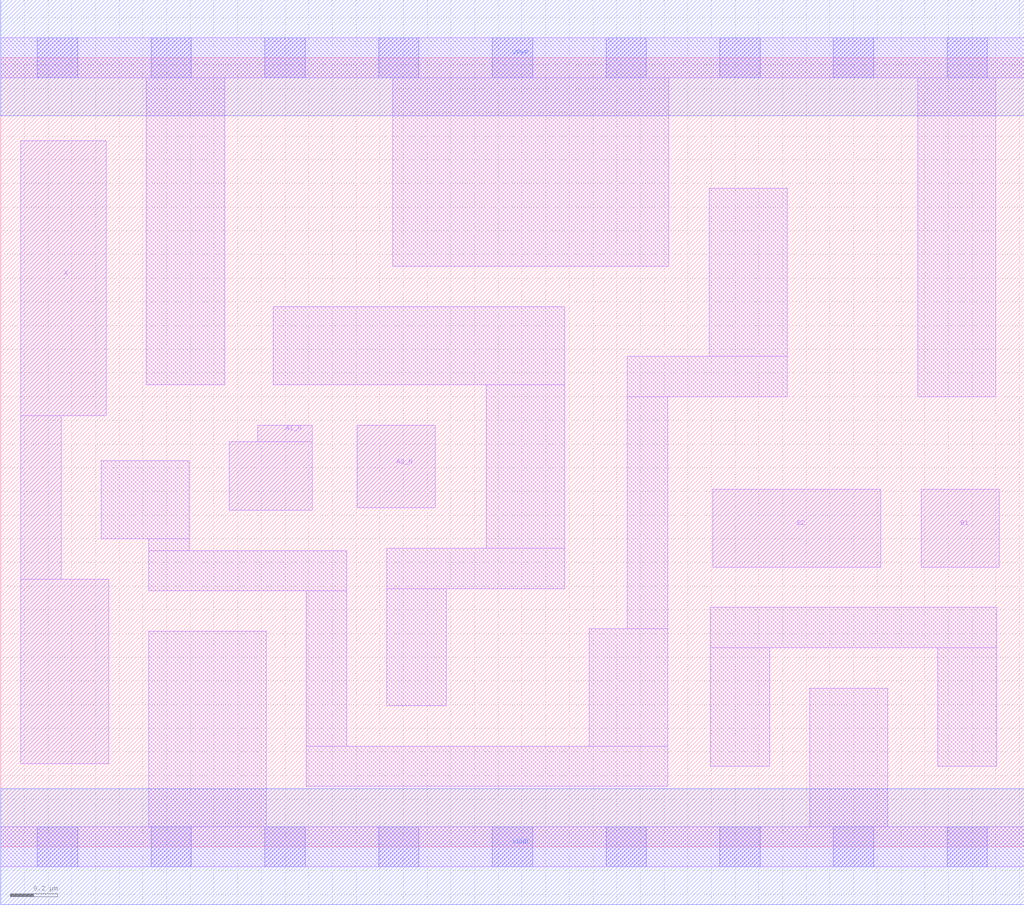
<source format=lef>
# Copyright 2020 The SkyWater PDK Authors
#
# Licensed under the Apache License, Version 2.0 (the "License");
# you may not use this file except in compliance with the License.
# You may obtain a copy of the License at
#
#     https://www.apache.org/licenses/LICENSE-2.0
#
# Unless required by applicable law or agreed to in writing, software
# distributed under the License is distributed on an "AS IS" BASIS,
# WITHOUT WARRANTIES OR CONDITIONS OF ANY KIND, either express or implied.
# See the License for the specific language governing permissions and
# limitations under the License.
#
# SPDX-License-Identifier: Apache-2.0

VERSION 5.5 ;
NAMESCASESENSITIVE ON ;
BUSBITCHARS "[]" ;
DIVIDERCHAR "/" ;
MACRO sky130_fd_sc_ls__o2bb2a_1
  CLASS CORE ;
  SOURCE USER ;
  ORIGIN  0.000000  0.000000 ;
  SIZE  4.320000 BY  3.330000 ;
  SYMMETRY X Y ;
  SITE unit ;
  PIN A1_N
    ANTENNAGATEAREA  0.222000 ;
    DIRECTION INPUT ;
    USE SIGNAL ;
    PORT
      LAYER li1 ;
        RECT 0.965000 1.420000 1.315000 1.710000 ;
        RECT 1.085000 1.710000 1.315000 1.780000 ;
    END
  END A1_N
  PIN A2_N
    ANTENNAGATEAREA  0.222000 ;
    DIRECTION INPUT ;
    USE SIGNAL ;
    PORT
      LAYER li1 ;
        RECT 1.505000 1.430000 1.835000 1.780000 ;
    END
  END A2_N
  PIN B1
    ANTENNAGATEAREA  0.246000 ;
    DIRECTION INPUT ;
    USE SIGNAL ;
    PORT
      LAYER li1 ;
        RECT 3.885000 1.180000 4.215000 1.510000 ;
    END
  END B1
  PIN B2
    ANTENNAGATEAREA  0.246000 ;
    DIRECTION INPUT ;
    USE SIGNAL ;
    PORT
      LAYER li1 ;
        RECT 3.005000 1.180000 3.715000 1.510000 ;
    END
  END B2
  PIN X
    ANTENNADIFFAREA  0.541300 ;
    DIRECTION OUTPUT ;
    USE SIGNAL ;
    PORT
      LAYER li1 ;
        RECT 0.085000 0.350000 0.455000 1.130000 ;
        RECT 0.085000 1.130000 0.255000 1.820000 ;
        RECT 0.085000 1.820000 0.445000 2.980000 ;
    END
  END X
  PIN VGND
    DIRECTION INOUT ;
    SHAPE ABUTMENT ;
    USE GROUND ;
    PORT
      LAYER met1 ;
        RECT 0.000000 -0.245000 4.320000 0.245000 ;
    END
  END VGND
  PIN VPWR
    DIRECTION INOUT ;
    SHAPE ABUTMENT ;
    USE POWER ;
    PORT
      LAYER met1 ;
        RECT 0.000000 3.085000 4.320000 3.575000 ;
    END
  END VPWR
  OBS
    LAYER li1 ;
      RECT 0.000000 -0.085000 4.320000 0.085000 ;
      RECT 0.000000  3.245000 4.320000 3.415000 ;
      RECT 0.425000  1.300000 0.795000 1.630000 ;
      RECT 0.615000  1.950000 0.945000 3.245000 ;
      RECT 0.625000  0.085000 1.120000 0.910000 ;
      RECT 0.625000  1.080000 1.460000 1.250000 ;
      RECT 0.625000  1.250000 0.795000 1.300000 ;
      RECT 1.150000  1.950000 2.380000 2.280000 ;
      RECT 1.290000  0.255000 2.815000 0.425000 ;
      RECT 1.290000  0.425000 1.460000 1.080000 ;
      RECT 1.630000  0.595000 1.880000 1.090000 ;
      RECT 1.630000  1.090000 2.380000 1.260000 ;
      RECT 1.655000  2.450000 2.820000 3.245000 ;
      RECT 2.050000  1.260000 2.380000 1.950000 ;
      RECT 2.485000  0.425000 2.815000 0.920000 ;
      RECT 2.645000  0.920000 2.815000 1.900000 ;
      RECT 2.645000  1.900000 3.320000 2.070000 ;
      RECT 2.990000  2.070000 3.320000 2.780000 ;
      RECT 2.995000  0.340000 3.245000 0.840000 ;
      RECT 2.995000  0.840000 4.205000 1.010000 ;
      RECT 3.415000  0.085000 3.745000 0.670000 ;
      RECT 3.870000  1.900000 4.200000 3.245000 ;
      RECT 3.955000  0.340000 4.205000 0.840000 ;
    LAYER mcon ;
      RECT 0.155000 -0.085000 0.325000 0.085000 ;
      RECT 0.155000  3.245000 0.325000 3.415000 ;
      RECT 0.635000 -0.085000 0.805000 0.085000 ;
      RECT 0.635000  3.245000 0.805000 3.415000 ;
      RECT 1.115000 -0.085000 1.285000 0.085000 ;
      RECT 1.115000  3.245000 1.285000 3.415000 ;
      RECT 1.595000 -0.085000 1.765000 0.085000 ;
      RECT 1.595000  3.245000 1.765000 3.415000 ;
      RECT 2.075000 -0.085000 2.245000 0.085000 ;
      RECT 2.075000  3.245000 2.245000 3.415000 ;
      RECT 2.555000 -0.085000 2.725000 0.085000 ;
      RECT 2.555000  3.245000 2.725000 3.415000 ;
      RECT 3.035000 -0.085000 3.205000 0.085000 ;
      RECT 3.035000  3.245000 3.205000 3.415000 ;
      RECT 3.515000 -0.085000 3.685000 0.085000 ;
      RECT 3.515000  3.245000 3.685000 3.415000 ;
      RECT 3.995000 -0.085000 4.165000 0.085000 ;
      RECT 3.995000  3.245000 4.165000 3.415000 ;
  END
END sky130_fd_sc_ls__o2bb2a_1
END LIBRARY

</source>
